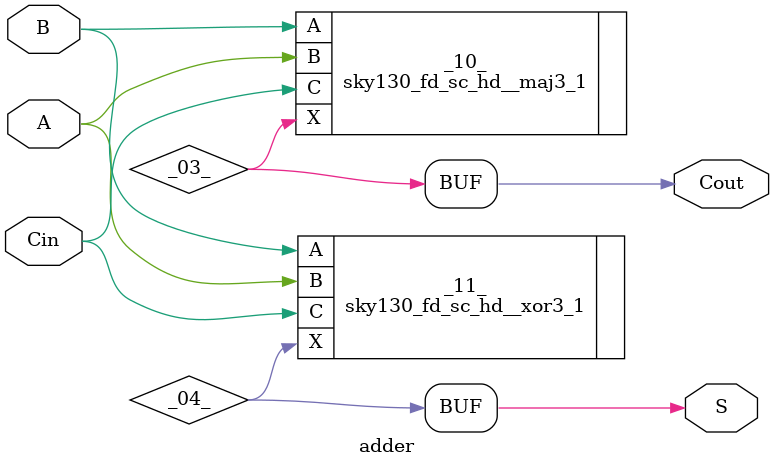
<source format=v>
/* Generated by Yosys 0.57+148 (git sha1 259bd6fb3, g++ 11.4.0-1ubuntu1~22.04.2 -fPIC -O3) */

module adder(A, B, Cin, S, Cout);
  input A;
  wire A;
  input B;
  wire B;
  input Cin;
  wire Cin;
  output S;
  wire S;
  output Cout;
  wire Cout;
  wire _00_;
  wire _01_;
  wire _02_;
  wire _03_;
  wire _04_;
  wire _05_;
  wire _06_;
  wire _07_;
  wire _08_;
  wire _09_;
  sky130_fd_sc_hd__maj3_1 _10_ (
    .A(_01_),
    .B(_00_),
    .C(_02_),
    .X(_03_)
  );
  sky130_fd_sc_hd__xor3_1 _11_ (
    .A(_01_),
    .B(_00_),
    .C(_02_),
    .X(_04_)
  );
  assign _01_ = B;
  assign _00_ = A;
  assign _02_ = Cin;
  assign S = _04_;
  assign Cout = _03_;
endmodule

</source>
